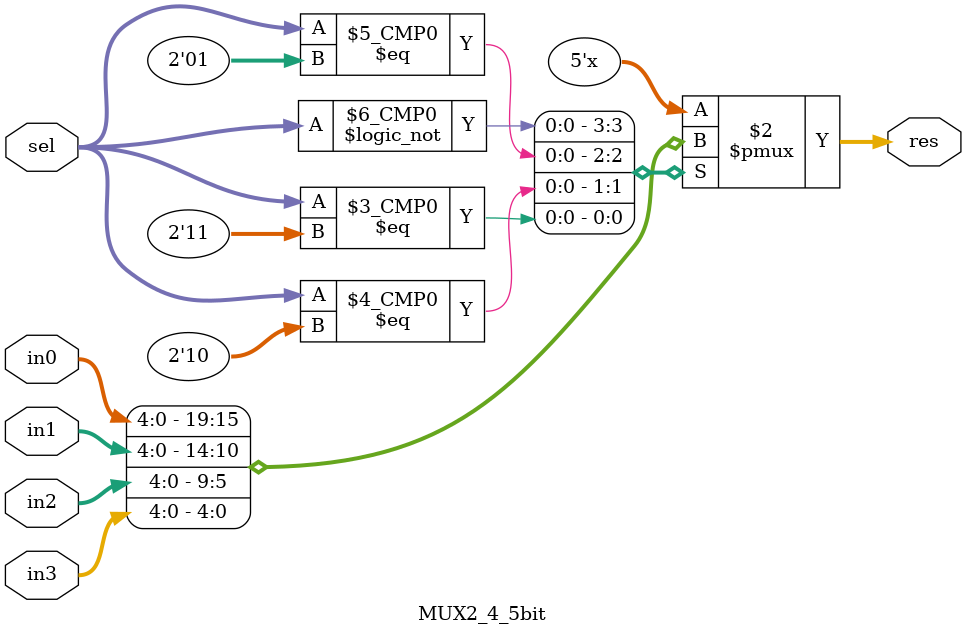
<source format=v>
`timescale 1ns / 1ps


module MUX2_4_5bit(
    input [4:0] in0,
    input [4:0] in1,
    input [4:0] in2,
    input [4:0] in3,
    input [1:0] sel,
    output reg [4:0] res
    );
    
    always@(sel or in0 or in1 or in2 or in3)
    begin
        case(sel)
        0: res <= in0;
        1: res <= in1;
        2: res <= in2;
        3: res <= in3;
        default: res <= in0;
        endcase
    end
endmodule

</source>
